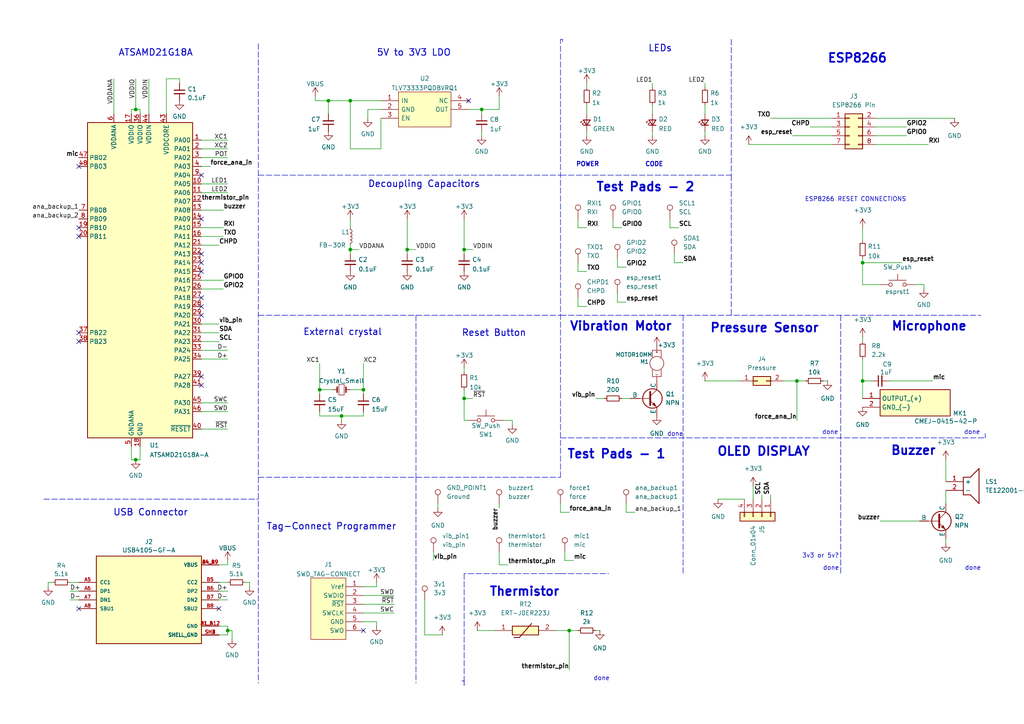
<source format=kicad_sch>
(kicad_sch (version 20231120) (generator "eeschema") (generator_version "8.0")
  (paper "A4")
  (junction (at 39.37 31.75))
  (junction (at 165.1 182.88))
  (junction (at 250.19 110.49))
  (junction (at 99.06 120.65))
  (junction (at 101.6 72.39))
  (junction (at 250.19 76.2))
  (junction (at 66.04 182.88))
  (junction (at 92.71 113.03))
  (junction (at 95.25 29.21))
  (junction (at 101.6 29.21))
  (junction (at 231.14 110.49))
  (junction (at 134.62 72.39))
  (junction (at 134.62 115.57))
  (junction (at 118.11 72.39))
  (junction (at 39.37 133.35))
  (junction (at 139.7 31.75))
  (junction (at 105.41 113.03))
  (no_connect (at 58.42 76.2))
  (no_connect (at 58.42 111.76))
  (no_connect (at 22.86 48.26))
  (no_connect (at 58.42 73.66))
  (no_connect (at 63.5 176.53))
  (no_connect (at 58.42 88.9))
  (no_connect (at 58.42 91.44))
  (no_connect (at 105.41 182.88))
  (no_connect (at 22.86 68.58))
  (no_connect (at 22.86 96.52))
  (no_connect (at 58.42 78.74))
  (no_connect (at 58.42 109.22))
  (no_connect (at 135.89 29.21))
  (no_connect (at 58.42 50.8))
  (no_connect (at 58.42 86.36))
  (no_connect (at 58.42 63.5))
  (no_connect (at 22.86 176.53))
  (no_connect (at 22.86 99.06))
  (no_connect (at 22.86 66.04))
  (polyline (pts (xy 162.56 166.37) (xy 134.62 166.37)) (stroke (width 0) (type dash)))
  (wire (pts (xy 144.78 146.05) (xy 144.78 147.32)))
  (wire (pts (xy 48.26 22.86) (xy 48.26 33.02)))
  (wire (pts (xy 170.18 38.1) (xy 170.18 39.37)))
  (wire (pts (xy 40.64 31.75) (xy 39.37 31.75)))
  (wire (pts (xy 267.97 82.55) (xy 267.97 83.82)))
  (wire (pts (xy 123.19 173.99) (xy 123.19 184.15)))
  (polyline (pts (xy 74.93 91.44) (xy 162.56 91.44)) (stroke (width 0) (type dash)))
  (wire (pts (xy 167.64 78.74) (xy 170.18 78.74)))
  (polyline (pts (xy 120.65 91.44) (xy 120.65 138.43)) (stroke (width 0) (type dash)))
  (wire (pts (xy 134.62 113.03) (xy 134.62 115.57)))
  (wire (pts (xy 58.42 68.58) (xy 64.77 68.58)))
  (polyline (pts (xy 162.56 50.8) (xy 212.09 50.8)) (stroke (width 0) (type dash)))
  (wire (pts (xy 91.44 29.21) (xy 95.25 29.21)))
  (wire (pts (xy 105.41 175.26) (xy 114.3 175.26)))
  (wire (pts (xy 250.19 76.2) (xy 261.62 76.2)))
  (wire (pts (xy 106.68 31.75) (xy 110.49 31.75)))
  (wire (pts (xy 95.25 29.21) (xy 95.25 33.02)))
  (wire (pts (xy 99.06 120.65) (xy 92.71 120.65)))
  (wire (pts (xy 58.42 116.84) (xy 66.04 116.84)))
  (wire (pts (xy 48.26 22.86) (xy 52.07 22.86)))
  (wire (pts (xy 91.44 27.94) (xy 91.44 29.21)))
  (wire (pts (xy 257.81 110.49) (xy 270.51 110.49)))
  (wire (pts (xy 38.1 31.75) (xy 39.37 31.75)))
  (wire (pts (xy 234.95 36.83) (xy 241.3 36.83)))
  (wire (pts (xy 254 36.83) (xy 262.89 36.83)))
  (wire (pts (xy 163.83 162.56) (xy 166.37 162.56)))
  (polyline (pts (xy 12.7 144.78) (xy 74.93 144.78)) (stroke (width 0) (type dash)))
  (polyline (pts (xy 162.56 138.43) (xy 162.56 11.43)) (stroke (width 0) (type dash)))
  (wire (pts (xy 139.7 31.75) (xy 144.78 31.75)))
  (wire (pts (xy 231.14 110.49) (xy 233.68 110.49)))
  (wire (pts (xy 134.62 115.57) (xy 137.16 115.57)))
  (wire (pts (xy 162.56 148.59) (xy 162.56 146.05)))
  (wire (pts (xy 101.6 72.39) (xy 101.6 73.66)))
  (polyline (pts (xy 162.56 11.43) (xy 163.195 11.43)) (stroke (width 0) (type dash)))
  (wire (pts (xy 101.6 29.21) (xy 101.6 43.18)))
  (wire (pts (xy 101.6 63.5) (xy 101.6 66.04)))
  (wire (pts (xy 22.86 168.91) (xy 20.32 168.91)))
  (wire (pts (xy 92.71 120.65) (xy 92.71 119.38)))
  (wire (pts (xy 101.6 113.03) (xy 105.41 113.03)))
  (wire (pts (xy 250.19 82.55) (xy 255.27 82.55)))
  (wire (pts (xy 274.32 142.24) (xy 274.32 146.05)))
  (wire (pts (xy 101.6 71.12) (xy 101.6 72.39)))
  (wire (pts (xy 204.47 110.49) (xy 214.63 110.49)))
  (wire (pts (xy 240.03 110.49) (xy 238.76 110.49)))
  (wire (pts (xy 167.64 88.9) (xy 170.18 88.9)))
  (wire (pts (xy 58.42 66.04) (xy 64.77 66.04)))
  (wire (pts (xy 148.59 121.92) (xy 148.59 123.19)))
  (wire (pts (xy 139.7 38.1) (xy 139.7 39.37)))
  (wire (pts (xy 254 34.29) (xy 276.86 34.29)))
  (wire (pts (xy 125.73 160.02) (xy 125.73 162.56)))
  (wire (pts (xy 255.27 151.13) (xy 266.7 151.13)))
  (wire (pts (xy 134.62 121.92) (xy 135.89 121.92)))
  (wire (pts (xy 181.61 148.59) (xy 181.61 146.05)))
  (wire (pts (xy 40.64 133.35) (xy 40.64 129.54)))
  (wire (pts (xy 58.42 119.38) (xy 66.04 119.38)))
  (wire (pts (xy 250.19 110.49) (xy 252.73 110.49)))
  (polyline (pts (xy 134.62 166.37) (xy 134.62 198.755)) (stroke (width 0) (type dash)))
  (wire (pts (xy 64.77 83.82) (xy 58.42 83.82)))
  (wire (pts (xy 274.32 156.21) (xy 274.32 157.48)))
  (polyline (pts (xy 74.93 138.43) (xy 162.56 138.43)) (stroke (width 0) (type dash)))
  (wire (pts (xy 179.07 77.47) (xy 181.61 77.47)))
  (wire (pts (xy 52.07 22.86) (xy 52.07 24.13)))
  (wire (pts (xy 38.1 129.54) (xy 38.1 133.35)))
  (wire (pts (xy 146.05 121.92) (xy 148.59 121.92)))
  (wire (pts (xy 167.64 66.04) (xy 170.18 66.04)))
  (wire (pts (xy 106.68 34.29) (xy 106.68 31.75)))
  (polyline (pts (xy 133.985 197.485) (xy 134.62 197.485)) (stroke (width 0) (type dash)))
  (polyline (pts (xy 74.93 50.8) (xy 162.56 50.8)) (stroke (width 0) (type dash)))
  (wire (pts (xy 179.07 87.63) (xy 179.07 85.09)))
  (wire (pts (xy 167.64 88.9) (xy 167.64 86.36)))
  (wire (pts (xy 39.37 133.35) (xy 40.64 133.35)))
  (wire (pts (xy 40.64 33.02) (xy 40.64 31.75)))
  (wire (pts (xy 250.19 110.49) (xy 250.19 104.14)))
  (wire (pts (xy 22.86 173.99) (xy 20.32 173.99)))
  (wire (pts (xy 58.42 45.72) (xy 66.04 45.72)))
  (wire (pts (xy 134.62 106.68) (xy 134.62 107.95)))
  (wire (pts (xy 58.42 53.34) (xy 66.04 53.34)))
  (wire (pts (xy 60.96 48.26) (xy 58.42 48.26)))
  (wire (pts (xy 144.78 160.02) (xy 144.78 163.83)))
  (polyline (pts (xy 212.09 11.43) (xy 212.09 50.8)) (stroke (width 0) (type dash)))
  (wire (pts (xy 144.78 163.83) (xy 147.32 163.83)))
  (wire (pts (xy 13.97 170.18) (xy 13.97 168.91)))
  (wire (pts (xy 167.64 66.04) (xy 167.64 63.5)))
  (wire (pts (xy 13.97 168.91) (xy 15.24 168.91)))
  (wire (pts (xy 105.41 119.38) (xy 105.41 120.65)))
  (wire (pts (xy 179.07 87.63) (xy 181.61 87.63)))
  (wire (pts (xy 109.22 168.91) (xy 109.22 170.18)))
  (wire (pts (xy 105.41 113.03) (xy 105.41 114.3)))
  (polyline (pts (xy 163.195 11.43) (xy 163.195 12.065)) (stroke (width 0) (type dash)))
  (wire (pts (xy 134.62 115.57) (xy 134.62 121.92)))
  (wire (pts (xy 66.04 182.88) (xy 67.31 182.88)))
  (wire (pts (xy 101.6 72.39) (xy 104.14 72.39)))
  (wire (pts (xy 265.43 82.55) (xy 267.97 82.55)))
  (wire (pts (xy 274.32 133.35) (xy 274.32 139.7)))
  (wire (pts (xy 105.41 180.34) (xy 109.22 180.34)))
  (wire (pts (xy 63.5 96.52) (xy 58.42 96.52)))
  (wire (pts (xy 58.42 124.46) (xy 66.04 124.46)))
  (polyline (pts (xy 285.75 125.73) (xy 285.75 127)) (stroke (width 0) (type dash)))
  (wire (pts (xy 58.42 43.18) (xy 66.04 43.18)))
  (wire (pts (xy 194.31 66.04) (xy 196.85 66.04)))
  (wire (pts (xy 138.43 182.88) (xy 143.51 182.88)))
  (wire (pts (xy 208.28 144.78) (xy 215.9 144.78)))
  (wire (pts (xy 254 41.91) (xy 269.24 41.91)))
  (wire (pts (xy 254 39.37) (xy 262.89 39.37)))
  (wire (pts (xy 177.8 66.04) (xy 180.34 66.04)))
  (wire (pts (xy 105.41 177.8) (xy 114.3 177.8)))
  (wire (pts (xy 63.5 181.61) (xy 66.04 181.61)))
  (wire (pts (xy 66.04 162.56) (xy 66.04 163.83)))
  (wire (pts (xy 118.11 72.39) (xy 120.65 72.39)))
  (polyline (pts (xy 162.56 166.37) (xy 176.53 166.37)) (stroke (width 0) (type dash)))
  (wire (pts (xy 229.87 39.37) (xy 241.3 39.37)))
  (wire (pts (xy 63.5 173.99) (xy 66.04 173.99)))
  (wire (pts (xy 105.41 170.18) (xy 109.22 170.18)))
  (wire (pts (xy 33.02 22.86) (xy 33.02 33.02)))
  (wire (pts (xy 22.86 171.45) (xy 20.32 171.45)))
  (wire (pts (xy 63.5 171.45) (xy 66.04 171.45)))
  (wire (pts (xy 134.62 63.5) (xy 134.62 72.39)))
  (wire (pts (xy 250.19 99.06) (xy 250.19 97.79)))
  (wire (pts (xy 92.71 114.3) (xy 92.71 113.03)))
  (wire (pts (xy 220.98 143.51) (xy 220.98 144.78)))
  (wire (pts (xy 99.06 121.92) (xy 99.06 120.65)))
  (polyline (pts (xy 134.62 198.755) (xy 134.62 197.485)) (stroke (width 0) (type dash)))
  (polyline (pts (xy 74.93 12.7) (xy 74.93 198.12)) (stroke (width 0) (type dash)))
  (polyline (pts (xy 162.56 91.44) (xy 284.48 91.44)) (stroke (width 0) (type dash)))
  (wire (pts (xy 118.11 63.5) (xy 118.11 72.39)))
  (wire (pts (xy 38.1 33.02) (xy 38.1 31.75)))
  (wire (pts (xy 250.19 115.57) (xy 250.19 110.49)))
  (wire (pts (xy 177.8 66.04) (xy 177.8 63.5)))
  (wire (pts (xy 110.49 34.29) (xy 110.49 43.18)))
  (wire (pts (xy 63.5 168.91) (xy 66.04 168.91)))
  (wire (pts (xy 250.19 66.04) (xy 250.19 69.85)))
  (wire (pts (xy 64.77 81.28) (xy 58.42 81.28)))
  (polyline (pts (xy 243.84 91.44) (xy 243.84 166.37)) (stroke (width 0) (type dash)))
  (wire (pts (xy 101.6 43.18) (xy 110.49 43.18)))
  (wire (pts (xy 39.37 22.86) (xy 39.37 31.75)))
  (wire (pts (xy 173.99 182.88) (xy 172.72 182.88)))
  (wire (pts (xy 105.41 172.72) (xy 114.3 172.72)))
  (wire (pts (xy 139.7 31.75) (xy 139.7 33.02)))
  (wire (pts (xy 66.04 184.15) (xy 66.04 182.88)))
  (wire (pts (xy 180.34 115.57) (xy 182.88 115.57)))
  (wire (pts (xy 161.29 182.88) (xy 165.1 182.88)))
  (wire (pts (xy 43.18 22.86) (xy 43.18 33.02)))
  (wire (pts (xy 194.31 66.04) (xy 194.31 63.5)))
  (wire (pts (xy 223.52 34.29) (xy 241.3 34.29)))
  (wire (pts (xy 163.83 162.56) (xy 163.83 160.02)))
  (wire (pts (xy 38.1 133.35) (xy 39.37 133.35)))
  (wire (pts (xy 195.58 76.2) (xy 195.58 73.66)))
  (wire (pts (xy 92.71 113.03) (xy 96.52 113.03)))
  (wire (pts (xy 172.72 115.57) (xy 175.26 115.57)))
  (wire (pts (xy 66.04 181.61) (xy 66.04 182.88)))
  (wire (pts (xy 101.6 29.21) (xy 110.49 29.21)))
  (wire (pts (xy 181.61 148.59) (xy 184.15 148.59)))
  (wire (pts (xy 189.23 38.1) (xy 189.23 39.37)))
  (wire (pts (xy 58.42 101.6) (xy 66.04 101.6)))
  (polyline (pts (xy 212.09 50.8) (xy 212.09 91.44)) (stroke (width 0) (type dash)))
  (wire (pts (xy 58.42 104.14) (xy 66.04 104.14)))
  (wire (pts (xy 204.47 38.1) (xy 204.47 39.37)))
  (wire (pts (xy 63.5 71.12) (xy 58.42 71.12)))
  (wire (pts (xy 95.25 29.21) (xy 101.6 29.21)))
  (wire (pts (xy 195.58 76.2) (xy 198.12 76.2)))
  (polyline (pts (xy 120.65 138.43) (xy 120.65 198.12)) (stroke (width 0) (type dash)))
  (wire (pts (xy 162.56 148.59) (xy 165.1 148.59)))
  (polyline (pts (xy 162.56 127) (xy 285.75 127)) (stroke (width 0) (type dash)))
  (wire (pts (xy 165.1 182.88) (xy 165.1 194.31)))
  (wire (pts (xy 167.64 78.74) (xy 167.64 76.2)))
  (wire (pts (xy 170.18 24.13) (xy 170.18 25.4)))
  (wire (pts (xy 144.78 27.94) (xy 144.78 31.75)))
  (wire (pts (xy 179.07 77.47) (xy 179.07 74.93)))
  (wire (pts (xy 109.22 180.34) (xy 109.22 181.61)))
  (wire (pts (xy 250.19 76.2) (xy 250.19 74.93)))
  (wire (pts (xy 66.04 163.83) (xy 63.5 163.83)))
  (wire (pts (xy 170.18 30.48) (xy 170.18 33.02)))
  (wire (pts (xy 118.11 72.39) (xy 118.11 73.66)))
  (wire (pts (xy 67.31 182.88) (xy 67.31 185.42)))
  (wire (pts (xy 217.17 41.91) (xy 241.3 41.91)))
  (wire (pts (xy 58.42 40.64) (xy 66.04 40.64)))
  (wire (pts (xy 204.47 24.13) (xy 204.47 25.4)))
  (wire (pts (xy 99.06 120.65) (xy 105.41 120.65)))
  (wire (pts (xy 134.62 72.39) (xy 137.16 72.39)))
  (wire (pts (xy 123.19 184.15) (xy 128.27 184.15)))
  (wire (pts (xy 189.23 30.48) (xy 189.23 33.02)))
  (wire (pts (xy 231.14 110.49) (xy 231.14 121.92)))
  (wire (pts (xy 63.5 93.98) (xy 58.42 93.98)))
  (wire (pts (xy 189.23 24.13) (xy 189.23 25.4)))
  (wire (pts (xy 250.19 76.2) (xy 250.19 82.55)))
  (wire (pts (xy 165.1 182.88) (xy 167.64 182.88)))
  (wire (pts (xy 218.44 140.97) (xy 218.44 144.78)))
  (wire (pts (xy 58.42 55.88) (xy 66.04 55.88)))
  (wire (pts (xy 71.12 168.91) (xy 72.39 168.91)))
  (wire (pts (xy 72.39 168.91) (xy 72.39 170.18)))
  (wire (pts (xy 127 146.05) (xy 127 147.32)))
  (wire (pts (xy 135.89 31.75) (xy 139.7 31.75)))
  (wire (pts (xy 92.71 105.41) (xy 92.71 113.03)))
  (wire (pts (xy 64.77 60.96) (xy 58.42 60.96)))
  (wire (pts (xy 227.33 110.49) (xy 231.14 110.49)))
  (wire (pts (xy 63.5 184.15) (xy 66.04 184.15)))
  (wire (pts (xy 223.52 143.51) (xy 223.52 144.78)))
  (wire (pts (xy 105.41 105.41) (xy 105.41 113.03)))
  (wire (pts (xy 63.5 99.06) (xy 58.42 99.06)))
  (wire (pts (xy 134.62 72.39) (xy 134.62 73.66)))
  (polyline (pts (xy 198.12 91.44) (xy 198.12 166.37)) (stroke (width 0) (type dash)))
  (wire (pts (xy 204.47 30.48) (xy 204.47 33.02)))
  (text "5V to 3V3 LDO" (at 109.22 16.51 0) (effects (font (size 1.905 1.905) (thickness 0.254) (bold yes)) (justify left bottom)))
  (text "3v3 or 5v?\n" (at 237.998 161.29 0) (effects (font (size 1.27 1.27))))
  (text "External crystal" (at 87.884 97.536 0) (effects (font (size 1.905 1.905) (thickness 0.254) (bold yes)) (justify left bottom)))
  (text "OLED DISPLAY" (at 221.488 131.064 0) (effects (font (size 2.54 2.54) (bold yes))))
  (text "Thermistor" (at 152.146 171.704 0) (effects (font (size 2.54 2.54) (thickness 0.508) (bold yes))))
  (text "Test Pads - 2\n" (at 187.198 54.356 0) (effects (font (size 2.54 2.54) (bold yes))))
  (text "Tag-Connect Programmer" (at 77.216 153.924 0) (effects (font (size 1.905 1.905) (thickness 0.254) (bold yes)) (justify left bottom)))
  (text "Decoupling Capacitors" (at 106.68 54.61 0) (effects (font (size 1.905 1.905) (thickness 0.254) (bold yes)) (justify left bottom)))
  (text "done" (at 282.194 164.846 0) (effects (font (size 1.27 1.27))))
  (text "done" (at 195.834 125.984 0) (effects (font (size 1.27 1.27))))
  (text "ESP8266 RESET CONNECTIONS" (at 248.158 57.912 0) (effects (font (size 1.27 1.27))))
  (text "CODE" (at 189.738 47.752 0) (effects (font (size 1.27 1.27) (thickness 0.254) (bold yes))))
  (text "done" (at 241.046 164.846 0) (effects (font (size 1.27 1.27))))
  (text "Test Pads - 1\n" (at 178.816 131.826 0) (effects (font (size 2.54 2.54) (bold yes))))
  (text "Microphone\n" (at 269.494 94.742 0) (effects (font (size 2.54 2.54) (thickness 0.508) (bold yes))))
  (text "Buzzer" (at 264.922 130.81 0) (effects (font (size 2.54 2.54) (thickness 0.508) (bold yes))))
  (text "LEDs" (at 187.96 15.24 0) (effects (font (size 1.905 1.905) (thickness 0.254) (bold yes)) (justify left bottom)))
  (text "done" (at 281.94 125.476 0) (effects (font (size 1.27 1.27))))
  (text "Pressure Sensor" (at 221.742 95.25 0) (effects (font (size 2.54 2.54) (bold yes))))
  (text "POWER" (at 170.434 47.752 0) (effects (font (size 1.27 1.27) (thickness 0.254) (bold yes))))
  (text "ESP8266" (at 248.666 17.018 0) (effects (font (size 2.54 2.54) (bold yes))))
  (text "done" (at 174.498 196.85 0) (effects (font (size 1.27 1.27))))
  (text "Vibration Motor" (at 180.086 94.742 0) (effects (font (size 2.54 2.54) (thickness 0.508) (bold yes))))
  (text "USB Connector" (at 32.766 149.86 0) (effects (font (size 1.905 1.905) (thickness 0.254) (bold yes)) (justify left bottom)))
  (text "done" (at 240.792 125.476 0) (effects (font (size 1.27 1.27))))
  (text "ATSAMD21G18A" (at 34.29 16.51 0) (effects (font (size 1.905 1.905) (thickness 0.254) (bold yes)) (justify left bottom)))
  (text "Reset Button" (at 133.858 97.79 0) (effects (font (size 1.905 1.905) (thickness 0.254) (bold yes)) (justify left bottom)))
  (label "D-" (at 20.32 173.99 0))
  (label "VDDIO" (at 39.37 22.86 270))
  (label "CHPD" (at 234.95 36.83 180) (effects (font (thickness 0.254) (bold yes))))
  (label "GPIO2" (at 262.89 36.83 0) (effects (font (thickness 0.254) (bold yes))))
  (label "VDDIO" (at 120.65 72.39 0))
  (label "RXI" (at 170.18 66.04 0) (effects (font (thickness 0.254) (bold yes))))
  (label "LED1" (at 66.04 53.34 180) (effects (font (size 1.2446 1.2446))))
  (label "mic" (at 270.51 110.49 0) (effects (font (thickness 0.254) (bold yes))))
  (label "vib_pin" (at 172.72 115.57 180) (effects (font (bold yes))))
  (label "VDDANA" (at 104.14 72.39 0))
  (label "SWD" (at 66.04 119.38 180) (effects (font (size 1.2446 1.2446))))
  (label "GPIO2" (at 181.61 77.47 0) (effects (font (thickness 0.254) (bold yes))))
  (label "TXO" (at 170.18 78.74 0) (effects (font (thickness 0.254) (bold yes))))
  (label "SWC" (at 66.04 116.84 180) (effects (font (size 1.2446 1.2446))))
  (label "SCL" (at 220.98 143.51 90) (effects (font (thickness 0.254) (bold yes))))
  (label "D+" (at 66.04 104.14 180) (effects (font (size 1.2446 1.2446))))
  (label "POT" (at 66.04 45.72 180))
  (label "XC2" (at 66.04 43.18 180))
  (label "RXI" (at 64.77 66.04 0) (effects (font (thickness 0.254) (bold yes))))
  (label "buzzer" (at 255.27 151.13 180) (effects (font (bold yes))))
  (label "XC1" (at 92.71 105.41 180))
  (label "TXO" (at 223.52 34.29 180) (effects (font (thickness 0.254) (bold yes))))
  (label "GPIO0" (at 64.77 81.28 0) (effects (font (thickness 0.254) (bold yes))))
  (label "force_ana_in" (at 60.96 48.26 0) (effects (font (thickness 0.254) (bold yes))))
  (label "SCL" (at 63.5 99.06 0) (effects (font (thickness 0.254) (bold yes))))
  (label "~{RST}" (at 137.16 115.57 0))
  (label "D+" (at 20.32 171.45 0))
  (label "buzzer" (at 64.77 60.96 0) (effects (font (bold yes))))
  (label "TXO" (at 64.77 68.58 0) (effects (font (thickness 0.254) (bold yes))))
  (label "SWD" (at 114.3 172.72 180) (effects (font (size 1.2446 1.2446))))
  (label "SCL" (at 196.85 66.04 0) (effects (font (thickness 0.254) (bold yes))))
  (label "CHPD" (at 63.5 71.12 0) (effects (font (thickness 0.254) (bold yes))))
  (label "mic" (at 22.86 45.72 180) (effects (font (thickness 0.254) (bold yes))))
  (label "GPIO0" (at 180.34 66.04 0) (effects (font (thickness 0.254) (bold yes))))
  (label "VDDIN" (at 137.16 72.39 0))
  (label "RXI" (at 269.24 41.91 0) (effects (font (thickness 0.254) (bold yes))))
  (label "LED2" (at 66.04 55.88 180) (effects (font (size 1.2446 1.2446))))
  (label "SWC" (at 114.3 177.8 180) (effects (font (size 1.2446 1.2446))))
  (label "~{RST}" (at 66.04 124.46 180))
  (label "GPIO0" (at 262.89 39.37 0) (effects (font (thickness 0.254) (bold yes))))
  (label "D-" (at 66.04 173.99 180))
  (label "VDDIN" (at 43.18 22.86 270))
  (label "esp_reset" (at 181.61 87.63 0) (effects (font (thickness 0.254) (bold yes))))
  (label "SDA" (at 223.52 143.51 90) (effects (font (bold yes))))
  (label "XC2" (at 105.41 105.41 0))
  (label "GPIO2" (at 64.77 83.82 0) (effects (font (thickness 0.254) (bold yes))))
  (label "CHPD" (at 170.18 88.9 0) (effects (font (thickness 0.254) (bold yes))))
  (label "vib_pin" (at 63.5 93.98 0) (effects (font (bold yes))))
  (label "SDA" (at 198.12 76.2 0) (effects (font (thickness 0.254) (bold yes))))
  (label "buzzer" (at 144.78 147.32 270) (effects (font (bold yes))))
  (label "ana_backup_2" (at 22.86 63.5 180))
  (label "force_ana_in" (at 165.1 148.59 0) (effects (font (thickness 0.254) (bold yes))))
  (label "mic" (at 166.37 162.56 0) (effects (font (thickness 0.254) (bold yes))))
  (label "thermistor_pin" (at 147.32 163.83 0) (effects (font (bold yes))))
  (label "LED1" (at 189.23 24.13 180) (effects (font (size 1.2446 1.2446))))
  (label "force_ana_in" (at 231.14 121.92 180) (effects (font (thickness 0.254) (bold yes))))
  (label "thermistor_pin" (at 165.1 194.31 180) (effects (font (bold yes))))
  (label "vib_pin" (at 125.73 162.56 0) (effects (font (bold yes))))
  (label "D+" (at 66.04 171.45 180))
  (label "LED2" (at 204.47 24.13 180) (effects (font (size 1.2446 1.2446))))
  (label "esp_reset" (at 261.62 76.2 0) (effects (font (thickness 0.254) (bold yes))))
  (label "esp_reset" (at 229.87 39.37 180) (effects (font (thickness 0.254) (bold yes))))
  (label "thermistor_pin" (at 58.42 58.42 0) (effects (font (bold yes))))
  (label "ana_backup_1" (at 22.86 60.96 180))
  (label "D-" (at 66.04 101.6 180) (effects (font (size 1.2446 1.2446))))
  (label "~{RST}" (at 114.3 175.26 180))
  (label "XC1" (at 66.04 40.64 180))
  (label "SDA" (at 63.5 96.52 0) (effects (font (thickness 0.254) (bold yes))))
  (label "ana_backup_1" (at 184.15 148.59 0))
  (label "VDDANA" (at 33.02 22.86 270))
  (symbol (lib_id "Device:LED_Small") (at 204.47 35.56 90) (unit 1)
    (property "Reference" "D3" (at 206.248 34.588 90) (effects (justify right)))
    (property "Value" "RED" (at 206.248 37.3631 90) (effects (justify right)))
    (property "Footprint" "LED_SMD:LED_0603_1608Metric_Pad1.05x0.95mm_HandSolder" (effects (hide yes)))
  )
  (symbol (lib_id "Device:C_Small") (at 139.7 35.56 0) (unit 1)
    (property "Reference" "C8" (at 142.0241 34.6578 0) (effects (justify left)))
    (property "Value" "1uF" (at 142.0241 37.4329 0) (effects (justify left)))
    (property "Footprint" "Capacitor_SMD:C_0603_1608Metric_Pad1.08x0.95mm_HandSolder" (effects (hide yes)))
  )
  (symbol (lib_id "Buzzer_TE122001_6:TE122001-6") (at 274.32 139.7 0) (unit 1)
    (property "Reference" "LS1" (at 285.75 139.6999 0) (effects (justify left)))
    (property "Value" "TE122001-6" (at 285.75 142.2399 0) (effects (justify left)))
    (property "Footprint" "Buzzer_TE122001_6:TE1220016" (effects (hide yes)))
    (property "Datasheet" "https://dbunlimitedco.com/images/product_images/2D-Drawings/TE122001-6.pdf" (effects (hide yes)))
    (property "Description" "Buzzers Transducer, Externally Driven Electromechanical 1.5 V 30mA 2.048kHz 85dB @ 1.5V, 10cm Through Hole PC Pins" (effects (hide yes)))
    (property "Height" "8.7" (effects (hide yes)))
    (property "Mouser Part Number" "497-TE122001-6" (effects (hide yes)))
    (property "Mouser Price/Stock" "https://www.mouser.co.uk/ProductDetail/DB-Unlimited/TE122001-6?qs=t9M3m0YJX4NPzWmfcQIlUw%3D%3D" (effects (hide yes)))
    (property "Manufacturer_Name" "DB Unlimited" (effects (hide yes)))
    (property "Manufacturer_Part_Number" "TE122001-6" (effects (hide yes)))
  )
  (symbol (lib_id "Connector:TestPoint") (at 167.64 86.36 0) (unit 1)
    (property "Reference" "CHPD1" (at 170.18 81.7879 0) (effects (justify left)))
    (property "Value" "CHPD" (at 170.18 84.3279 0) (effects (justify left)))
    (property "Footprint" "TestPoint:TestPoint_Pad_1.0x1.0mm" (effects (hide yes)))
    (property "Description" "test point" (effects (hide yes)))
  )
  (symbol (lib_id "power:GND") (at 267.97 83.82 0) (unit 1)
    (property "Reference" "#PWR041" (effects (hide yes)))
    (property "Value" "GND" (at 267.97 88.3825 0))
  )
  (symbol (lib_id "power:GND") (at 52.07 29.21 0) (unit 1)
    (property "Reference" "#PWR03" (effects (hide yes)))
    (property "Value" "GND" (at 52.07 33.7725 0))
  )
  (symbol (lib_id "Connector:TestPoint") (at 163.83 160.02 0) (unit 1)
    (property "Reference" "mic1" (at 166.37 155.4479 0) (effects (justify left)))
    (property "Value" "mic" (at 166.37 157.9879 0) (effects (justify left)))
    (property "Footprint" "TestPoint:TestPoint_Pad_1.0x1.0mm" (effects (hide yes)))
    (property "Description" "test point" (effects (hide yes)))
  )
  (symbol (lib_id "Connector:TestPoint") (at 177.8 63.5 0) (unit 1)
    (property "Reference" "GPIO1" (at 180.34 58.9279 0) (effects (justify left)))
    (property "Value" "GPIO0" (at 180.34 61.4679 0) (effects (justify left)))
    (property "Footprint" "TestPoint:TestPoint_Pad_1.0x1.0mm" (effects (hide yes)))
    (property "Description" "test point" (effects (hide yes)))
  )
  (symbol (lib_id "Device:R_Small") (at 236.22 110.49 90) (unit 1)
    (property "Reference" "R7" (at 236.22 105.41 90))
    (property "Value" "10k" (at 236.22 107.95 90))
    (property "Footprint" "Resistor_SMD:R_0603_1608Metric_Pad0.98x0.95mm_HandSolder" (effects (hide yes)))
  )
  (symbol (lib_id "power:GND") (at 139.7 39.37 0) (unit 1)
    (property "Reference" "#PWR023" (effects (hide yes)))
    (property "Value" "GND" (at 139.7 43.9325 0))
  )
  (symbol (lib_id "Connector:TestPoint") (at 179.07 85.09 0) (unit 1)
    (property "Reference" "esp_reset1" (at 181.61 80.5179 0) (effects (justify left)))
    (property "Value" "esp_reset" (at 181.61 83.0579 0) (effects (justify left)))
    (property "Footprint" "TestPoint:TestPoint_Pad_1.0x1.0mm" (effects (hide yes)))
    (property "Description" "test point" (effects (hide yes)))
  )
  (symbol (lib_id "Connector:TestPoint") (at 144.78 160.02 0) (unit 1)
    (property "Reference" "thermistor1" (at 147.32 155.4479 0) (effects (justify left)))
    (property "Value" "thermistor" (at 147.32 157.9879 0) (effects (justify left)))
    (property "Footprint" "TestPoint:TestPoint_Pad_1.0x1.0mm" (effects (hide yes)))
    (property "Description" "test point" (effects (hide yes)))
  )
  (symbol (lib_id "power:+3V3") (at 101.6 63.5 0) (unit 1)
    (property "Reference" "#PWR010" (effects (hide yes)))
    (property "Value" "+3V3" (at 101.6 59.8955 0))
  )
  (symbol (lib_id "Device:R_Small") (at 170.18 182.88 90) (unit 1)
    (property "Reference" "R12" (at 170.18 177.8 90))
    (property "Value" "2k" (at 170.18 180.34 90))
    (property "Footprint" "Resistor_SMD:R_0603_1608Metric_Pad0.98x0.95mm_HandSolder" (effects (hide yes)))
  )
  (symbol (lib_id "power:VBUS") (at 91.44 27.94 0) (unit 1)
    (property "Reference" "#PWR07" (effects (hide yes)))
    (property "Value" "VBUS" (at 91.44 24.3355 0))
  )
  (symbol (lib_name "GND_6") (lib_id "power:GND") (at 173.99 182.88 0) (unit 1)
    (property "Reference" "#PWR028" (effects (hide yes)))
    (property "Value" "GND" (at 173.99 187.96 0))
    (property "Description" "Power symbol creates a global label with name \"GND\" , ground" (effects (hide yes)))
  )
  (symbol (lib_id "Connector:TestPoint") (at 195.58 73.66 0) (unit 1)
    (property "Reference" "SDA1" (at 198.12 69.0879 0) (effects (justify left)))
    (property "Value" "SDA" (at 198.12 71.6279 0) (effects (justify left)))
    (property "Footprint" "TestPoint:TestPoint_Pad_1.0x1.0mm" (effects (hide yes)))
    (property "Description" "test point" (effects (hide yes)))
  )
  (symbol (lib_id "Connector:TestPoint") (at 167.64 63.5 0) (unit 1)
    (property "Reference" "RXI1" (at 170.18 58.9279 0) (effects (justify left)))
    (property "Value" "RXI" (at 170.18 61.4679 0) (effects (justify left)))
    (property "Footprint" "TestPoint:TestPoint_Pad_1.0x1.0mm" (effects (hide yes)))
    (property "Description" "test point" (effects (hide yes)))
  )
  (symbol (lib_name "+3V3_7") (lib_id "power:+3V3") (at 250.19 66.04 0) (unit 1)
    (property "Reference" "#PWR038" (effects (hide yes)))
    (property "Value" "+3V3" (at 250.19 60.96 0))
    (property "Description" "Power symbol creates a global label with name \"+3V3\"" (effects (hide yes)))
  )
  (symbol (lib_id "Device:R_Small") (at 189.23 27.94 0) (unit 1)
    (property "Reference" "R3" (at 190.7286 27.0315 0) (effects (justify left)))
    (property "Value" "1k" (at 190.7286 29.8066 0) (effects (justify left)))
    (property "Footprint" "Resistor_SMD:R_0603_1608Metric_Pad0.98x0.95mm_HandSolder" (effects (hide yes)))
  )
  (symbol (lib_id "Device:C_Small") (at 118.11 76.2 0) (unit 1)
    (property "Reference" "C3" (at 120.4341 75.2978 0) (effects (justify left)))
    (property "Value" "0.1uF" (at 120.4341 78.0729 0) (effects (justify left)))
    (property "Footprint" "Capacitor_SMD:C_0603_1608Metric_Pad1.08x0.95mm_HandSolder" (effects (hide yes)))
  )
  (symbol (lib_id "power:GND") (at 99.06 121.92 0) (unit 1)
    (property "Reference" "#PWR09" (effects (hide yes)))
    (property "Value" "GND" (at 99.06 126.4825 0))
  )
  (symbol (lib_id "Connector:TestPoint") (at 125.73 160.02 0) (unit 1)
    (property "Reference" "vib_pin1" (at 128.27 155.4479 0) (effects (justify left)))
    (property "Value" "vib_pin" (at 128.27 157.9879 0) (effects (justify left)))
    (property "Footprint" "TestPoint:TestPoint_Pad_1.0x1.0mm" (effects (hide yes)))
    (property "Description" "test point" (effects (hide yes)))
  )
  (symbol (lib_id "power:GND") (at 170.18 39.37 0) (unit 1)
    (property "Reference" "#PWR027" (effects (hide yes)))
    (property "Value" "GND" (at 170.18 43.9325 0))
  )
  (symbol (lib_name "GND_4") (lib_id "power:GND") (at 274.32 157.48 0) (unit 1)
    (property "Reference" "#PWR043" (effects (hide yes)))
    (property "Value" "GND" (at 274.32 162.56 0))
    (property "Description" "Power symbol creates a global label with name \"GND\" , ground" (effects (hide yes)))
  )
  (symbol (lib_id "power:GND") (at 148.59 123.19 0) (unit 1)
    (property "Reference" "#PWR025" (effects (hide yes)))
    (property "Value" "GND" (at 148.59 127.7525 0))
  )
  (symbol (lib_id "Device:C_Small") (at 95.25 35.56 0) (mirror x) (unit 1)
    (property "Reference" "C7" (at 92.9259 34.6451 0) (effects (justify right)))
    (property "Value" "1uF" (at 92.9259 37.4202 0) (effects (justify right)))
    (property "Footprint" "Capacitor_SMD:C_0603_1608Metric_Pad1.08x0.95mm_HandSolder" (effects (hide yes)))
  )
  (symbol (lib_id "power:GND") (at 189.23 39.37 0) (unit 1)
    (property "Reference" "#PWR029" (effects (hide yes)))
    (property "Value" "GND" (at 189.23 43.9325 0))
  )
  (symbol (lib_id "Device:LED_Small") (at 170.18 35.56 90) (unit 1)
    (property "Reference" "D1" (at 171.958 34.588 90) (effects (justify right)))
    (property "Value" "GREEN" (at 171.958 37.3631 90) (effects (justify right)))
    (property "Footprint" "LED_SMD:LED_0603_1608Metric_Pad1.05x0.95mm_HandSolder" (effects (hide yes)))
  )
  (symbol (lib_id "Device:C_Small") (at 101.6 76.2 0) (unit 1)
    (property "Reference" "C2" (at 103.9241 75.2978 0) (effects (justify left)))
    (property "Value" "0.1uF" (at 103.9241 78.0729 0) (effects (justify left)))
    (property "Footprint" "Capacitor_SMD:C_0603_1608Metric_Pad1.08x0.95mm_HandSolder" (effects (hide yes)))
  )
  (symbol (lib_id "power:+3V3") (at 170.18 24.13 0) (unit 1)
    (property "Reference" "#PWR026" (effects (hide yes)))
    (property "Value" "+3V3" (at 170.18 20.5255 0))
  )
  (symbol (lib_id "Device:C_Small") (at 134.62 76.2 0) (unit 1)
    (property "Reference" "C4" (at 136.9441 75.2978 0) (effects (justify left)))
    (property "Value" "0.1uF" (at 136.9441 78.0729 0) (effects (justify left)))
    (property "Footprint" "Capacitor_SMD:C_0603_1608Metric_Pad1.08x0.95mm_HandSolder" (effects (hide yes)))
  )
  (symbol (lib_id "Device:R_Small") (at 177.8 115.57 90) (unit 1)
    (property "Reference" "R10" (at 177.8 110.49 90))
    (property "Value" "200" (at 177.8 113.03 90))
    (property "Footprint" "Resistor_SMD:R_0603_1608Metric_Pad0.98x0.95mm_HandSolder" (effects (hide yes)))
  )
  (symbol (lib_id "Device:R_Small") (at 250.19 101.6 180) (unit 1)
    (property "Reference" "R8" (at 252.73 100.3299 0) (effects (justify right)))
    (property "Value" "2.2k" (at 252.73 102.8699 0) (effects (justify right)))
    (property "Footprint" "Resistor_SMD:R_0603_1608Metric_Pad0.98x0.95mm_HandSolder" (effects (hide yes)))
  )
  (symbol (lib_name "+3V3_1") (lib_id "power:+3V3") (at 217.17 41.91 0) (unit 1)
    (property "Reference" "#PWR035" (effects (hide yes)))
    (property "Value" "+3V3" (at 217.17 36.83 0))
    (property "Description" "Power symbol creates a global label with name \"+3V3\"" (effects (hide yes)))
  )
  (symbol (lib_id "Microphone_CMEJ_0415_42_P:CMEJ-0415-42-P") (at 250.19 115.57 0) (unit 1)
    (property "Reference" "MK1" (at 276.352 119.888 0) (effects (justify left)))
    (property "Value" "CMEJ-0415-42-P" (at 265.176 122.174 0) (effects (justify left)))
    (property "Footprint" "Connector_PinHeader_1.00mm:PinHeader_2x01_P1.00mm_Vertical" (effects (hide yes)))
    (property "Datasheet" "https://componentsearchengine.com/Datasheets/1/CMEJ-0415-42-P.pdf" (effects (hide yes)))
    (property "Description" "Microphones microphone, 4 mm, electret condenser, omnidirectional, Pin, 2 Vdc, 42 dB sensitivity" (effects (hide yes)))
    (property "Mouser Part Number" "490-CMEJ-0415-42-P" (effects (hide yes)))
    (property "Mouser Price/Stock" "https://www.mouser.co.uk/ProductDetail/CUI-Devices/CMEJ-0415-42-P?qs=PzGy0jfpSMsayTCtDPO%252BIg%3D%3D" (effects (hide yes)))
    (property "Manufacturer_Name" "CUI Devices" (effects (hide yes)))
    (property "Manufacturer_Part_Number" "CMEJ-0415-42-P" (effects (hide yes)))
  )
  (symbol (lib_name "GND_2") (lib_id "power:GND") (at 208.28 144.78 0) (unit 1)
    (property "Reference" "#PWR034" (effects (hide yes)))
    (property "Value" "GND" (at 208.28 149.86 0))
    (property "Description" "Power symbol creates a global label with name \"GND\" , ground" (effects (hide yes)))
  )
  (symbol (lib_id "power:+3V3") (at 134.62 106.68 0) (unit 1)
    (property "Reference" "#PWR021" (effects (hide yes)))
    (property "Value" "+3V3" (at 134.62 103.0755 0))
  )
  (symbol (lib_id "power:GND") (at 72.39 170.18 0) (unit 1)
    (property "Reference" "#PWR06" (effects (hide yes)))
    (property "Value" "GND" (at 72.39 174.7425 0))
  )
  (symbol (lib_id "power:GND") (at 118.11 78.74 0) (unit 1)
    (property "Reference" "#PWR016" (effects (hide yes)))
    (property "Value" "GND" (at 118.11 83.3025 0))
  )
  (symbol (lib_id "power:GND") (at 39.37 133.35 0) (unit 1)
    (property "Reference" "#PWR02" (effects (hide yes)))
    (property "Value" "GND" (at 39.37 137.9125 0))
  )
  (symbol (lib_name "+3V3_2") (lib_id "power:+3V3") (at 138.43 182.88 0) (unit 1)
    (property "Reference" "#PWR022" (effects (hide yes)))
    (property "Value" "+3V3" (at 138.43 177.8 0))
    (property "Description" "Power symbol creates a global label with name \"+3V3\"" (effects (hide yes)))
  )
  (symbol (lib_name "GND_1") (lib_id "power:GND") (at 276.86 34.29 0) (unit 1)
    (property "Reference" "#PWR044" (effects (hide yes)))
    (property "Value" "GND" (at 276.86 39.37 0))
    (property "Description" "Power symbol creates a global label with name \"GND\" , ground" (effects (hide yes)))
  )
  (symbol (lib_id "power:GND") (at 134.62 78.74 0) (unit 1)
    (property "Reference" "#PWR020" (effects (hide yes)))
    (property "Value" "GND" (at 134.62 83.3025 0))
  )
  (symbol (lib_id "Connector:TestPoint") (at 127 146.05 0) (unit 1)
    (property "Reference" "GND_POINT1" (at 129.54 141.4779 0) (effects (justify left)))
    (property "Value" "Ground" (at 129.54 144.0179 0) (effects (justify left)))
    (property "Footprint" "TestPoint:TestPoint_Pad_1.0x1.0mm" (effects (hide yes)))
    (property "Description" "test point" (effects (hide yes)))
  )
  (symbol (lib_id "Connector_Generic:Conn_02x01") (at 219.71 110.49 0) (unit 1)
    (property "Reference" "J4" (at 220.98 104.14 0))
    (property "Value" "Pressure" (at 220.98 106.68 0))
    (property "Footprint" "Connector_PinSocket_2.54mm:PinSocket_2x01_P2.54mm_Vertical" (effects (hide yes)))
    (property "Datasheet" "https://www.adafruit.com/product/166" (effects (hide yes)))
    (property "Description" "Generic connector, double row, 02x01, this symbol is compatible with counter-clockwise, top-bottom and odd-even numbering schemes., script generated (kicad-library-utils/schlib/autogen/connector/)" (effects (hide yes)))
  )
  (symbol (lib_id "Connector:TestPoint") (at 162.56 146.05 0) (unit 1)
    (property "Reference" "force1" (at 165.1 141.4779 0) (effects (justify left)))
    (property "Value" "force" (at 165.1 144.0179 0) (effects (justify left)))
    (property "Footprint" "TestPoint:TestPoint_Pad_1.0x1.0mm" (effects (hide yes)))
    (property "Description" "test point" (effects (hide yes)))
  )
  (symbol (lib_id "power:GND") (at 101.6 78.74 0) (unit 1)
    (property "Reference" "#PWR011" (effects (hide yes)))
    (property "Value" "GND" (at 101.6 83.3025 0))
  )
  (symbol (lib_id "Device:C_Small") (at 105.41 116.84 0) (unit 1)
    (property "Reference" "C6" (at 107.7341 115.9378 0) (effects (justify left)))
    (property "Value" "15uF" (at 107.7341 118.7129 0) (effects (justify left)))
    (property "Footprint" "Capacitor_SMD:C_0603_1608Metric_Pad1.08x0.95mm_HandSolder" (effects (hide yes)))
  )
  (symbol (lib_id "power:GND") (at 67.31 185.42 0) (unit 1)
    (property "Reference" "#PWR05" (effects (hide yes)))
    (property "Value" "GND" (at 67.31 189.9825 0))
  )
  (symbol (lib_id "Connector:TestPoint") (at 144.78 146.05 0) (unit 1)
    (property "Reference" "buzzer1" (at 147.32 141.4779 0) (effects (justify left)))
    (property "Value" "buzzer" (at 147.32 144.0179 0) (effects (justify left)))
    (property "Footprint" "TestPoint:TestPoint_Pad_1.0x1.0mm" (effects (hide yes)))
    (property "Description" "test point" (effects (hide yes)))
  )
  (symbol (lib_id "Device:C_Small") (at 52.07 26.67 0) (unit 1)
    (property "Reference" "C1" (at 54.3941 25.8416 0) (effects (justify left)))
    (property "Value" "0.1uF" (at 54.3941 28.3785 0) (effects (justify left)))
    (property "Footprint" "Capacitor_SMD:C_0603_1608Metric_Pad1.08x0.95mm_HandSolder" (effects (hide yes)))
  )
  (symbol (lib_name "+3V3_8") (lib_id "power:+3V3") (at 128.27 184.15 0) (unit 1)
    (property "Reference" "#PWR018" (effects (hide yes)))
    (property "Value" "+3V3" (at 128.27 179.07 0))
    (property "Description" "Power symbol creates a global label with name \"+3V3\"" (effects (hide yes)))
  )
  (symbol (lib_id "Switch:SW_Push") (at 140.97 121.92 0) (unit 1)
    (property "Reference" "SW1" (at 140.97 126.0008 0))
    (property "Value" "SW_Push" (at 140.97 123.4639 0))
    (property "Footprint" "Button_Switch_SMD:SW_SPST_TL3305A" (effects (hide yes)))
  )
  (symbol (lib_id "power:VBUS") (at 66.04 162.56 0) (unit 1)
    (property "Reference" "#PWR04" (effects (hide yes)))
    (property "Value" "VBUS" (at 66.04 158.9555 0))
  )
  (symbol (lib_id "Device:R_Small") (at 250.19 72.39 0) (unit 1)
    (property "Reference" "R11" (at 251.6886 71.4815 0) (effects (justify left)))
    (property "Value" "10k" (at 251.6886 74.2566 0) (effects (justify left)))
    (property "Footprint" "Resistor_SMD:R_0603_1608Metric_Pad0.98x0.95mm_HandSolder" (effects (hide yes)))
  )
  (symbol (lib_id "Device:R_Small") (at 134.62 110.49 0) (unit 1)
    (property "Reference" "R1" (at 136.1186 109.5815 0) (effects (justify left)))
    (property "Value" "10k" (at 136.1186 112.3566 0) (effects (justify left)))
    (property "Footprint" "Resistor_SMD:R_0603_1608Metric_Pad0.98x0.95mm_HandSolder" (effects (hide yes)))
  )
  (symbol (lib_name "+3V3_5") (lib_id "power:+3V3") (at 190.5 100.33 0) (unit 1)
    (property "Reference" "#PWR030" (effects (hide yes)))
    (property "Value" "+3V3" (at 193.294 100.076 0))
    (property "Description" "Power symbol creates a global label with name \"+3V3\"" (effects (hide yes)))
  )
  (symbol (lib_name "+3V3_3") (lib_id "power:+3V3") (at 250.19 97.79 0) (unit 1)
    (property "Reference" "#PWR039" (effects (hide yes)))
    (property "Value" "+3V3" (at 250.19 92.71 0))
    (property "Description" "Power symbol creates a global label with name \"+3V3\"" (effects (hide yes)))
  )
  (symbol (lib_id "hcipcb23:TLV73333PQDBVRQ1") (at 110.49 29.21 0) (unit 1)
    (property "Reference" "U2" (at 123.19 22.7543 0))
    (property "Value" "TLV73333PQDBVRQ1" (at 123.19 25.5294 0))
    (property "Footprint" "hcipcb:SOT95P280X145-5N" (effects (hide yes)))
    (property "Datasheet" "http://www.ti.com/lit/gpn/TLV733P-Q1" (effects (hide yes)))
    (property "Description" "Automotive capacitor-free 300-mA LDO regulator with foldback current limit for portable devices" (effects (hide yes)))
    (property "Height" "1.45" (effects (hide yes)))
    (property "Mouser Part Number" "595-TLV73333PQDBVRQ1" (effects (hide yes)))
    (property "Mouser Price/Stock" "https://www.mouser.co.uk/ProductDetail/Texas-Instruments/TLV73333PQDBVRQ1?qs=9r4v7xj2LnnYANXVL3PB4Q%3D%3D" (effects (hide yes)))
    (property "Manufacturer_Name" "Texas Instruments" (effects (hide yes)))
    (property "Manufacturer_Part_Number" "TLV73333PQDBVRQ1" (effects (hide yes)))
  )
  (symbol (lib_id "Panasonic_ERT_J0ER223J:ERT-J0ER223J") (at 143.51 182.88 0) (unit 1)
    (property "Reference" "RT2" (at 152.4 175.26 0))
    (property "Value" "ERT-J0ER223J" (at 152.4 177.8 0))
    (property "Footprint" "Connector_PinHeader_1.00mm:PinHeader_2x01_P1.00mm_Vertical" (effects (hide yes)))
    (property "Datasheet" "https://componentsearchengine.com/Datasheets/1/ERT-J0ER223J.pdf" (effects (hide yes)))
    (property "Description" "Series/Type: NTC Thermistor(Chip type), Style: 0402, B Value (K): 4201 to 4300, Resistance Tolerance (%): +/-5, Resistance R25 (): 22000" (effects (hide yes)))
    (property "Height" "0.55" (effects (hide yes)))
    (property "Mouser Part Number" "667-ERT-J0ER223J" (effects (hide yes)))
    (property "Mouser Price/Stock" "https://www.mouser.com/Search/Refine.aspx?Keyword=667-ERT-J0ER223J" (effects (hide yes)))
    (property "Manufacturer_Name" "Panasonic" (effects (hide yes)))
    (property "Manufacturer_Part_Number" "ERT-J0ER223J" (effects (hide yes)))
  )
  (symbol (lib_id "MCU_Microchip_SAMD:ATSAMD21G18A-A") (at 40.64 81.28 0) (mirror y) (unit 1)
    (property "Reference" "U1" (at 43.4087 129.1495 0) (effects (justify right)))
    (property "Value" "ATSAMD21G18A-A" (at 43.4087 131.9246 0) (effects (justify right)))
    (property "Footprint" "Package_QFP:TQFP-48_7x7mm_P0.5mm" (effects (hide yes)))
    (property "Datasheet" "http://ww1.microchip.com/downloads/en/DeviceDoc/SAM_D21_DA1_Family_Data%20Sheet_DS40001882E.pdf" (effects (hide yes)))
  )
  (symbol (lib_name "GND_3") (lib_id "power:GND") (at 190.5 120.65 0) (unit 1)
    (property "Reference" "#PWR031" (effects (hide yes)))
    (property "Value" "GND" (at 190.5 125.73 0))
    (property "Description" "Power symbol creates a global label with name \"GND\" , ground" (effects (hide yes)))
  )
  (symbol (lib_id "Device:LED_Small") (at 189.23 35.56 90) (unit 1)
    (property "Reference" "D2" (at 191.008 34.588 90) (effects (justify right)))
    (property "Value" "RED" (at 191.008 37.3631 90) (effects (justify right)))
    (property "Footprint" "LED_SMD:LED_0603_1608Metric_Pad1.05x0.95mm_HandSolder" (effects (hide yes)))
  )
  (symbol (lib_id "Switch:SW_Push") (at 260.35 82.55 0) (unit 1)
    (property "Reference" "esprst1" (at 260.35 84.582 0))
    (property "Value" "SW_Push" (at 260.35 77.47 0))
    (property "Footprint" "Button_Switch_SMD:SW_SPST_TL3305A" (effects (hide yes)))
  )
  (symbol (lib_name "GND_6") (lib_id "power:GND") (at 240.03 110.49 0) (unit 1)
    (property "Reference" "#PWR037" (effects (hide yes)))
    (property "Value" "GND" (at 240.03 115.57 0))
    (property "Description" "Power symbol creates a global label with name \"GND\" , ground" (effects (hide yes)))
  )
  (symbol (lib_name "+3V3_2") (lib_id "power:+3V3") (at 204.47 110.49 0) (unit 1)
    (property "Reference" "#PWR033" (effects (hide yes)))
    (property "Value" "+3V3" (at 204.47 105.41 0))
    (property "Description" "Power symbol creates a global label with name \"+3V3\"" (effects (hide yes)))
  )
  (symbol (lib_id "power:+3V3") (at 109.22 168.91 0) (unit 1)
    (property "Reference" "#PWR013" (effects (hide yes)))
    (property "Value" "+3V3" (at 109.22 165.3055 0))
  )
  (symbol (lib_id "hcipcb23:SWD_TAG-CONNECT") (at 95.25 176.53 0) (unit 1)
    (property "Reference" "J1" (at 95.25 163.7243 0))
    (property "Value" "SWD_TAG-CONNECT" (at 95.25 166.4994 0))
    (property "Footprint" "Connector:Tag-Connect_TC2030-IDC-FP_2x03_P1.27mm_Vertical" (effects (hide yes)))
    (property "Datasheet" "https://www.tag-connect.com/wp-content/uploads/bsk-pdf-manager/TC2030-CTX_1.pdf" (effects (hide yes)))
  )
  (symbol (lib_id "Device:R_Small") (at 170.18 27.94 0) (unit 1)
    (property "Reference" "R2" (at 171.6786 27.0315 0) (effects (justify left)))
    (property "Value" "1k" (at 171.6786 29.8066 0) (effects (justify left)))
    (property "Footprint" "Resistor_SMD:R_0603_1608Metric_Pad0.98x0.95mm_HandSolder" (effects (hide yes)))
  )
  (symbol (lib_id "Device:C_Small") (at 255.27 110.49 90) (unit 1)
    (property "Reference" "C9" (at 257.302 105.664 90))
    (property "Value" "1uF" (at 257.048 107.95 90))
    (property "Footprint" "Capacitor_SMD:C_0603_1608Metric_Pad1.08x0.95mm_HandSolder" (effects (hide yes)))
  )
  (symbol (lib_id "Device:C_Small") (at 92.71 116.84 0) (unit 1)
    (property "Reference" "C5" (at 95.0341 115.9378 0) (effects (justify left)))
    (property "Value" "15uF" (at 95.0341 118.7129 0) (effects (justify left)))
    (property "Footprint" "Capacitor_SMD:C_0603_1608Metric_Pad1.08x0.95mm_HandSolder" (effects (hide yes)))
  )
  (symbol (lib_id "power:GND") (at 204.47 39.37 0) (unit 1)
    (property "Reference" "#PWR032" (effects (hide yes)))
    (property "Value" "GND" (at 204.47 43.9325 0))
  )
  (symbol (lib_id "power:GND") (at 95.25 38.1 0) (unit 1)
    (property "Reference" "#PWR08" (effects (hide yes)))
    (property "Value" "GND" (at 95.25 42.6625 0))
  )
  (symbol (lib_id "Connector_Generic:Conn_02x04_Odd_Even") (at 246.38 36.83 0) (unit 1)
    (property "Reference" "J3" (at 247.65 27.94 0))
    (property "Value" "ESP8266 Pin" (at 247.65 30.48 0))
    (property "Footprint" "Connector_PinSocket_2.54mm:PinSocket_2x04_P2.54mm_Vertical" (effects (hide yes)))
    (property "Datasheet" "https://nurdspace.nl/File:ESP8266_Specifications_English.pdf" (effects (hide yes)))
    (property "Description" "Generic connector, double row, 02x04, odd/even pin numbering scheme (row 1 odd numbers, row 2 even numbers), script generated (kicad-library-utils/schlib/autogen/connector/)" (effects (hide yes)))
  )
  (symbol (lib_name "GND_8") (lib_id "power:GND") (at 127 147.32 0) (unit 1)
    (property "Reference" "#PWR017" (effects (hide yes)))
    (property "Value" "GND" (at 127 152.4 0))
    (property "Description" "Power symbol creates a global label with name \"GND\" , ground" (effects (hide yes)))
  )
  (symbol (lib_id "power:+3V3") (at 144.78 27.94 0) (unit 1)
    (property "Reference" "#PWR024" (effects (hide yes)))
    (property "Value" "+3V3" (at 144.78 24.3355 0))
  )
  (symbol (lib_id "Connector_Generic:Conn_01x04") (at 220.98 149.86 270) (unit 1)
    (property "Reference" "J5" (at 220.9801 152.4 0) (effects (justify left)))
    (property "Value" "Conn_01x04" (at 218.4401 152.4 0) (effects (justify left)))
    (property "Footprint" "Connector_PinHeader_2.54mm:PinHeader_1x04_P2.54mm_Vertical" (effects (hide yes)))
    (property "Datasheet" "https://www.mouser.com/datasheet/2/1135/Crowd_Supply_01202021_ANAVI-2066754.pdf" (effects (hide yes)))
    (property "Description" "Generic connector, single row, 01x04, script generated (kicad-library-utils/schlib/autogen/connector/)" (effects (hide yes)))
  )
  (symbol (lib_id "Connector:TestPoint") (at 194.31 63.5 0) (unit 1)
    (property "Reference" "SCL1" (at 196.85 58.9279 0) (effects (justify left)))
    (property "Value" "SCL" (at 196.85 61.4679 0) (effects (justify left)))
    (property "Footprint" "TestPoint:TestPoint_Pad_1.0x1.0mm" (effects (hide yes)))
    (property "Description" "test point" (effects (hide yes)))
  )
  (symbol (lib_id "power:+3V3") (at 134.62 63.5 0) (unit 1)
    (property "Reference" "#PWR019" (effects (hide yes)))
    (property "Value" "+3V3" (at 134.62 59.8955 0))
  )
  (symbol (lib_name "+3V3_4") (lib_id "power:+3V3") (at 218.44 140.97 0) (unit 1)
    (property "Reference" "#PWR036" (effects (hide yes)))
    (property "Value" "+3V3" (at 218.44 135.89 0))
    (property "Description" "Power symbol creates a global label with name \"+3V3\"" (effects (hide yes)))
  )
  (symbol (lib_id "SparkFun_ElectroMechanical:MOTOR10MM") (at 190.5 105.41 0) (unit 1)
    (property "Reference" "M1" (at 188.214 104.902 0) (effects (font (size 1.143 1.143)) (justify right)))
    (property "Value" "MOTOR10MM" (at 189.23 102.87 0) (effects (font (size 1.143 1.143)) (justify right)))
    (property "Footprint" "SparkFun_ElectroMechanical:VIBE-MOTOR-10MM" (effects (hide yes)))
    (property "Datasheet" "https://cdn.sparkfun.com/datasheets/Robotics/B1034.FL45-00-015.pdf" (effects (hide yes)))
    (property "Description" "Motor (Single-Phase) Two-terminal, single-phase motors. <h4>SparkFun Products</h4><ul><li><a href=\"https://www.sparkfun.com/products/8449\">Vibration Motor</a> (ROB-08449)<br>Physical dimension and wire connections for this powerful vibration motor. Motor has a self adhesive backing.</li></ul>" (effects (hide yes)))
  )
  (symbol (lib_id "hcipcb:USB4105-GF-A") (at 43.18 173.99 0) (unit 1)
    (property "Reference" "J2" (at 43.18 157.1455 0))
    (property "Value" "USB4105-GF-A" (at 43.18 159.5698 0))
    (property "Footprint" "hcipcb:GCT_USB4105-GF-A" (effects (hide yes)))
    (property "Datasheet" "https://www.mouser.com/datasheet/2/837/Global_Connector_Technology_usb4105-3106202.pdf" (effects (hide yes)))
    (property "Description" "USB-C (USB TYPE-C) USB 2.0 Receptacle Connector 24 (16+8 Dummy) Position Surface Mount, Right Angle; Through Hole" (effects (hide yes)))
    (property "Order link" "https://www.mouser.com/ProductDetail/GCT/USB4105-GF-A?qs=KUoIvG%2F9IlY%2FMLlBMpStpA%3D%3D" (effects (hide yes)))
  )
  (symbol (lib_id "Connector:TestPoint") (at 123.19 173.99 0) (unit 1)
    (property "Reference" "3v1" (at 125.73 169.4179 0) (effects (justify left)))
    (property "Value" "3v3" (at 125.73 171.9579 0) (effects (justify left)))
    (property "Footprint" "TestPoint:TestPoint_Pad_1.0x1.0mm" (effects (hide yes)))
    (property "Description" "test point" (effects (hide yes)))
  )
  (symbol (lib_id "power:GND") (at 106.68 34.29 0) (unit 1)
    (property "Reference" "#PWR012" (effects (hide yes)))
    (property "Value" "GND" (at 106.68 38.8525 0))
  )
  (symbol (lib_name "+3V3_6") (lib_id "power:+3V3") (at 274.32 133.35 0) (unit 1)
    (property "Reference" "#PWR042" (effects (hide yes)))
    (property "Value" "+3V3" (at 274.32 128.27 0))
    (property "Description" "Power symbol creates a global label with name \"+3V3\"" (effects (hide yes)))
  )
  (symbol (lib_id "power:+3V3") (at 118.11 63.5 0) (unit 1)
    (property "Reference" "#PWR015" (effects (hide yes)))
    (property "Value" "+3V3" (at 118.11 59.8955 0))
  )
  (symbol (lib_id "power:GND") (at 109.22 181.61 0) (unit 1)
    (property "Reference" "#PWR014" (effects (hide yes)))
    (property "Value" "GND" (at 109.22 186.1725 0))
  )
  (symbol (lib_id "Device:L_Small") (at 101.6 68.58 0) (unit 1)
    (property "Reference" "L1" (at 99.06 67.31 0) (effects (justify left)))
    (property "Value" "FB-30R" (at 100.33 71.12 0) (effects (justify right)))
    (property "Footprint" "Inductor_SMD:L_0603_1608Metric_Pad1.05x0.95mm_HandSolder" (effects (hide yes)))
    (property "Datasheet" "https://www.mouser.com/ProductDetail/Laird-Performance-Materials/MI0603K300R-10?qs=8M15sSGRUn9O65riDsnw2w%3D%3D" (effects (hide yes)))
  )
  (symbol (lib_id "Simulation_SPICE:NPN") (at 271.78 151.13 0) (unit 1)
    (property "Reference" "Q2" (at 276.86 149.8599 0) (effects (justify left)))
    (property "Value" "NPN" (at 276.86 152.3999 0) (effects (justify left)))
    (property "Footprint" "Package_TO_SOT_SMD:SOT-323_SC-70_Handsoldering" (effects (hide yes)))
    (property "Datasheet" "https://ngspice.sourceforge.io/docs/ngspice-html-manual/manual.xhtml#cha_BJTs" (effects (hide yes)))
    (property "Description" "Bipolar transistor symbol for simulation only, substrate tied to the emitter" (effects (hide yes)))
    (property "Sim.Device" "NPN" (effects (hide yes)))
    (property "Sim.Type" "GUMMELPOON" (effects (hide yes)))
    (property "Sim.Pins" "1=C 2=B 3=E" (effects (hide yes)))
  )
  (symbol (lib_id "Device:R_Small") (at 17.78 168.91 270) (unit 1)
    (property "Reference" "R4" (at 17.78 164.0289 90))
    (property "Value" "5.1k" (at 17.78 166.4532 90))
    (property "Footprint" "Resistor_SMD:R_0603_1608Metric_Pad0.98x0.95mm_HandSolder" (effects (hide yes)))
  )
  (symbol (lib_id "Simulation_SPICE:NPN") (at 187.96 115.57 0) (unit 1)
    (property "Reference" "Q1" (at 193.04 114.2999 0) (effects (justify left)))
    (property "Value" "NPN" (at 193.04 116.8399 0) (effects (justify left)))
    (property "Footprint" "Package_TO_SOT_SMD:SOT-323_SC-70_Handsoldering" (effects (hide yes)))
    (property "Datasheet" "https://ngspice.sourceforge.io/docs/ngspice-html-manual/manual.xhtml#cha_BJTs" (effects (hide yes)))
    (property "Description" "Bipolar transistor symbol for simulation only, substrate tied to the emitter" (effects (hide yes)))
    (property "Sim.Device" "NPN" (effects (hide yes)))
    (property "Sim.Type" "GUMMELPOON" (effects (hide yes)))
    (property "Sim.Pins" "1=C 2=B 3=E" (effects (hide yes)))
  )
  (symbol (lib_id "Device:R_Small") (at 68.58 168.91 90) (unit 1)
    (property "Reference" "R5" (at 68.58 164.0289 90))
    (property "Value" "5.1k" (at 68.58 166.4532 90))
    (property "Footprint" "Resistor_SMD:R_0603_1608Metric_Pad0.98x0.95mm_HandSolder" (effects (hide yes)))
  )
  (symbol (lib_id "Connector:TestPoint") (at 181.61 146.05 0) (unit 1)
    (property "Reference" "ana_backup1" (at 184.15 141.4779 0) (effects (justify left)))
    (property "Value" "ana_backup1" (at 184.15 144.0179 0) (effects (justify left)))
    (property "Footprint" "TestPoint:TestPoint_Pad_1.0x1.0mm" (effects (hide yes)))
    (property "Description" "test point" (effects (hide yes)))
  )
  (symbol (lib_id "power:GND") (at 13.97 170.18 0) (unit 1)
    (property "Reference" "#PWR01" (effects (hide yes)))
    (property "Value" "GND" (at 13.97 174.7425 0))
  )
  (symbol (lib_id "Connector:TestPoint") (at 179.07 74.93 0) (unit 1)
    (property "Reference" "GPIO2" (at 181.61 70.3579 0) (effects (justify left)))
    (property "Value" "GPIO2" (at 181.61 72.8979 0) (effects (justify left)))
    (property "Footprint" "TestPoint:TestPoint_Pad_1.0x1.0mm" (effects (hide yes)))
    (property "Description" "test point" (effects (hide yes)))
  )
  (symbol (lib_name "GND_5") (lib_id "power:GND") (at 250.19 118.11 0) (unit 1)
    (property "Reference" "#PWR040" (effects (hide yes)))
    (property "Value" "GND" (at 250.19 123.19 0))
    (property "Description" "Power symbol creates a global label with name \"GND\" , ground" (effects (hide yes)))
  )
  (symbol (lib_id "Device:R_Small") (at 204.47 27.94 0) (unit 1)
    (property "Reference" "R6" (at 205.9686 27.0315 0) (effects (justify left)))
    (property "Value" "1k" (at 205.9686 29.8066 0) (effects (justify left)))
    (property "Footprint" "Resistor_SMD:R_0603_1608Metric_Pad0.98x0.95mm_HandSolder" (effects (hide yes)))
  )
  (symbol (lib_id "Connector:TestPoint") (at 167.64 76.2 0) (unit 1)
    (property "Reference" "TXO1" (at 170.18 71.6279 0) (effects (justify left)))
    (property "Value" "TXO" (at 170.18 74.1679 0) (effects (justify left)))
    (property "Footprint" "TestPoint:TestPoint_Pad_1.0x1.0mm" (effects (hide yes)))
    (property "Description" "test point" (effects (hide yes)))
  )
  (symbol (lib_id "Device:Crystal_Small") (at 99.06 113.03 180) (unit 1)
    (property "Reference" "Y1" (at 99.06 107.6665 0))
    (property "Value" "Crystal_Small" (at 99.06 110.4416 0))
    (property "Footprint" "Crystal:Crystal_SMD_3215-2Pin_3.2x1.5mm" (effects (hide yes)))
  )
)
</source>
